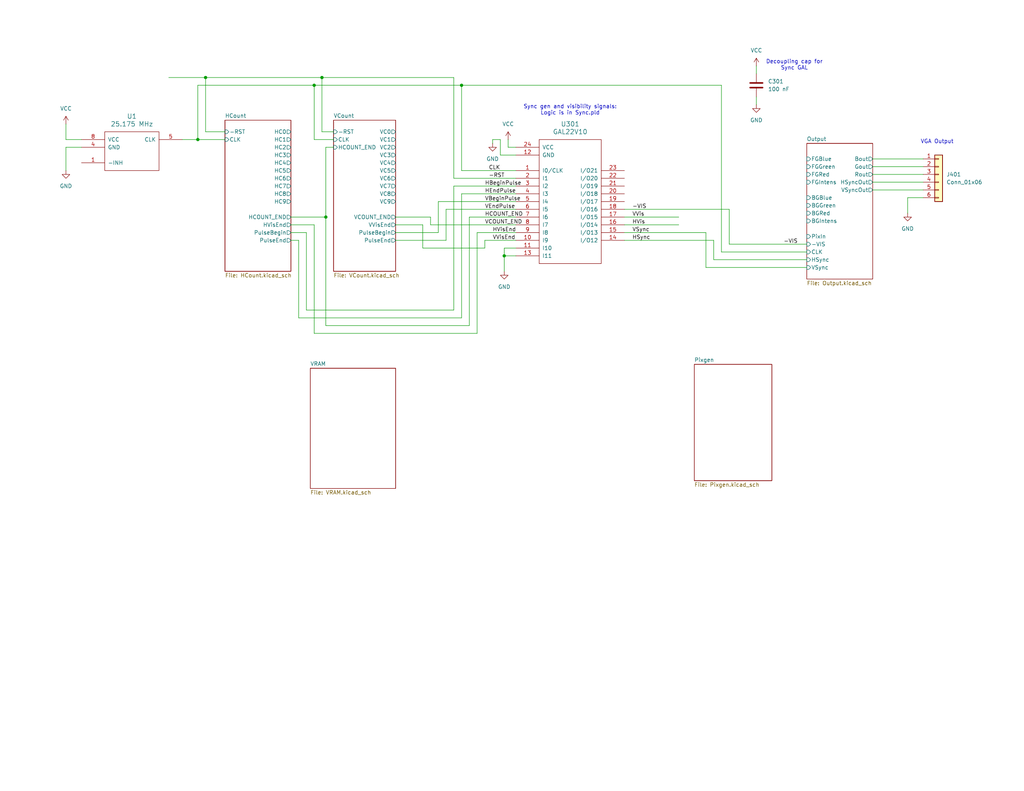
<source format=kicad_sch>
(kicad_sch (version 20231120) (generator "eeschema") (generator_version "8.0")
  (paper "User" 335.28 259.08)
  (title_block (title "Hardware VGA") (company "daveho hacks"))
  (lib_symbols
    (symbol "Connector_Generic:Conn_01x06" (pin_names (offset 1.016) hide)
      (property "Reference" "J" (at 0 7.62 0))
      (property "Value" "Conn_01x06" (at 0 -10.16 0))
      (symbol "Conn_01x06_1_1"
        (rectangle (start -1.27 -7.493) (end 0 -7.747) (stroke (width 0.1524)))
        (rectangle (start -1.27 -4.953) (end 0 -5.207) (stroke (width 0.1524)))
        (rectangle (start -1.27 -2.413) (end 0 -2.667) (stroke (width 0.1524)))
        (rectangle (start -1.27 0.127) (end 0 -0.127) (stroke (width 0.1524)))
        (rectangle (start -1.27 2.667) (end 0 2.413) (stroke (width 0.1524)))
        (rectangle (start -1.27 5.207) (end 0 4.953) (stroke (width 0.1524)))
        (rectangle (start -1.27 6.35) (end 1.27 -8.89) (stroke (width 0.254)) (fill (type background)))
        (pin passive line (at -5.08 5.08 0) (length 3.81) (name "Pin_1") (number "1"))
        (pin passive line (at -5.08 2.54 0) (length 3.81) (name "Pin_2") (number "2"))
        (pin passive line (at -5.08 0 0) (length 3.81) (name "Pin_3") (number "3"))
        (pin passive line (at -5.08 -2.54 0) (length 3.81) (name "Pin_4") (number "4"))
        (pin passive line (at -5.08 -5.08 0) (length 3.81) (name "Pin_5") (number "5"))
        (pin passive line (at -5.08 -7.62 0) (length 3.81) (name "Pin_6") (number "6"))
      )
    )
    (symbol "Device:C" (pin_numbers hide) (pin_names (offset 0.254))
      (property "Reference" "C" (at 0.635 2.54 0))
      (property "Value" "C" (at 0.635 -2.54 0))
      (symbol "C_0_1"
        (polyline (pts (xy -2.032 -0.762) (xy 2.032 -0.762)) (stroke (width 0.508)))
        (polyline (pts (xy -2.032 0.762) (xy 2.032 0.762)) (stroke (width 0.508)))
      )
      (symbol "C_1_1"
        (pin passive line (at 0 3.81 270) (length 2.794) (name "~") (number "1"))
        (pin passive line (at 0 -3.81 90) (length 2.794) (name "~") (number "2"))
      )
    )
    (symbol "GND_1" (power) (pin_numbers hide) (pin_names (offset 0) hide)
      (property "Value" "GND" (at 0 -3.81 0))
      (symbol "GND_1_0_1"
        (polyline (pts (xy 0 0) (xy 0 -1.27) (xy 1.27 -1.27) (xy 0 -2.54) (xy -1.27 -1.27) (xy 0 -1.27)))
      )
      (symbol "GND_1_1_1"
        (pin power_in line (at 0 0 270) (length 0) (name "~") (number "1"))
      )
    )
    (symbol "GND_2" (power) (pin_numbers hide) (pin_names (offset 0) hide)
      (property "Value" "GND" (at 0 -3.81 0))
      (symbol "GND_2_0_1"
        (polyline (pts (xy 0 0) (xy 0 -1.27) (xy 1.27 -1.27) (xy 0 -2.54) (xy -1.27 -1.27) (xy 0 -1.27)))
      )
      (symbol "GND_2_1_1"
        (pin power_in line (at 0 0 270) (length 0) (name "~") (number "1"))
      )
    )
    (symbol "GND_3" (power) (pin_numbers hide) (pin_names (offset 0) hide)
      (property "Value" "GND" (at 0 -3.81 0))
      (symbol "GND_3_0_1"
        (polyline (pts (xy 0 0) (xy 0 -1.27) (xy 1.27 -1.27) (xy 0 -2.54) (xy -1.27 -1.27) (xy 0 -1.27)))
      )
      (symbol "GND_3_1_1"
        (pin power_in line (at 0 0 270) (length 0) (name "~") (number "1"))
      )
    )
    (symbol "GND_4" (power) (pin_numbers hide) (pin_names (offset 0) hide)
      (property "Value" "GND" (at 0 -3.81 0))
      (symbol "GND_4_0_1"
        (polyline (pts (xy 0 0) (xy 0 -1.27) (xy 1.27 -1.27) (xy 0 -2.54) (xy -1.27 -1.27) (xy 0 -1.27)))
      )
      (symbol "GND_4_1_1"
        (pin power_in line (at 0 0 270) (length 0) (name "~") (number "1"))
      )
    )
    (symbol "VCC_1" (power) (pin_numbers hide) (pin_names (offset 0) hide)
      (property "Value" "VCC" (at 0 3.556 0))
      (symbol "VCC_1_0_1"
        (polyline (pts (xy -0.762 1.27) (xy 0 2.54)))
        (polyline (pts (xy 0 0) (xy 0 2.54)))
        (polyline (pts (xy 0 2.54) (xy 0.762 1.27)))
      )
      (symbol "VCC_1_1_1"
        (pin power_in line (at 0 0 90) (length 0) (name "~") (number "1"))
      )
    )
    (symbol "VCC_2" (power) (pin_numbers hide) (pin_names (offset 0) hide)
      (property "Value" "VCC" (at 0 3.556 0))
      (symbol "VCC_2_0_1"
        (polyline (pts (xy -0.762 1.27) (xy 0 2.54)))
        (polyline (pts (xy 0 0) (xy 0 2.54)))
        (polyline (pts (xy 0 2.54) (xy 0.762 1.27)))
      )
      (symbol "VCC_2_1_1"
        (pin power_in line (at 0 0 90) (length 0) (name "~") (number "1"))
      )
    )
    (symbol "power:GND" (power) (pin_names (offset 0))
      (property "Value" "GND" (at 0 -3.81 0))
      (symbol "GND_0_1"
        (polyline (pts (xy 0 0) (xy 0 -1.27) (xy 1.27 -1.27) (xy 0 -2.54) (xy -1.27 -1.27) (xy 0 -1.27)))
      )
      (symbol "GND_1_1"
        (pin power_in line (at 0 0 270) (length 0) hide (name "GND") (number "1"))
      )
    )
    (symbol "power:VCC" (power) (pin_names (offset 0))
      (property "Value" "VCC" (at 0 3.81 0))
      (symbol "VCC_0_1"
        (polyline (pts (xy -0.762 1.27) (xy 0 2.54)))
        (polyline (pts (xy 0 0) (xy 0 2.54)))
        (polyline (pts (xy 0 2.54) (xy 0.762 1.27)))
      )
      (symbol "VCC_1_1"
        (pin power_in line (at 0 0 90) (length 0) hide (name "VCC") (number "1"))
      )
    )
    (symbol "ya68k:GAL22V10" (pin_names (offset 1.016))
      (property "Reference" "U" (at -1.27 20.32 0))
      (property "Value" "GAL22V10" (at 0 -24.13 0))
      (symbol "GAL22V10_0_1"
        (rectangle (start -10.16 19.05) (end 10.16 -21.59))
      )
      (symbol "GAL22V10_1_1"
        (pin input line (at -17.78 8.89 0) (length 7.62) (name "I0/CLK") (number "1"))
        (pin input line (at -17.78 -13.97 0) (length 7.62) (name "I9") (number "10"))
        (pin input line (at -17.78 -16.51 0) (length 7.62) (name "I10") (number "11"))
        (pin power_in line (at -17.78 13.97 0) (length 7.62) (name "GND") (number "12"))
        (pin input line (at -17.78 -19.05 0) (length 7.62) (name "I11") (number "13"))
        (pin bidirectional line (at 17.78 -13.97 180) (length 7.62) (name "I/O12") (number "14"))
        (pin bidirectional line (at 17.78 -11.43 180) (length 7.62) (name "I/O13") (number "15"))
        (pin bidirectional line (at 17.78 -8.89 180) (length 7.62) (name "I/O14") (number "16"))
        (pin bidirectional line (at 17.78 -6.35 180) (length 7.62) (name "I/O15") (number "17"))
        (pin bidirectional line (at 17.78 -3.81 180) (length 7.62) (name "I/O16") (number "18"))
        (pin bidirectional line (at 17.78 -1.27 180) (length 7.62) (name "I/O17") (number "19"))
        (pin input line (at -17.78 6.35 0) (length 7.62) (name "I1") (number "2"))
        (pin bidirectional line (at 17.78 1.27 180) (length 7.62) (name "I/O18") (number "20"))
        (pin bidirectional line (at 17.78 3.81 180) (length 7.62) (name "I/O19") (number "21"))
        (pin bidirectional line (at 17.78 6.35 180) (length 7.62) (name "I/O20") (number "22"))
        (pin bidirectional line (at 17.78 8.89 180) (length 7.62) (name "I/O21") (number "23"))
        (pin power_in line (at -17.78 16.51 0) (length 7.62) (name "VCC") (number "24"))
        (pin input line (at -17.78 3.81 0) (length 7.62) (name "I2") (number "3"))
        (pin input line (at -17.78 1.27 0) (length 7.62) (name "I3") (number "4"))
        (pin input line (at -17.78 -1.27 0) (length 7.62) (name "I4") (number "5"))
        (pin input line (at -17.78 -3.81 0) (length 7.62) (name "I5") (number "6"))
        (pin input line (at -17.78 -6.35 0) (length 7.62) (name "I6") (number "7"))
        (pin input line (at -17.78 -8.89 0) (length 7.62) (name "I7") (number "8"))
        (pin input line (at -17.78 -11.43 0) (length 7.62) (name "I8") (number "9"))
      )
    )
    (symbol "ya68k:XTAL_OSC_HALF_CAN" (pin_names (offset 1.016))
      (property "Reference" "U" (at 0 7.62 0))
      (property "Value" "XTAL_OSC_HALF_CAN" (at 0 -7.62 0))
      (symbol "XTAL_OSC_HALF_CAN_0_1"
        (rectangle (start -8.89 6.35) (end 8.89 -6.35))
      )
      (symbol "XTAL_OSC_HALF_CAN_1_1"
        (pin input line (at -16.51 -3.81 0) (length 7.62) (name "-INH") (number "1"))
        (pin input line (at -16.51 1.27 0) (length 7.62) (name "GND") (number "4"))
        (pin input line (at 16.51 3.81 180) (length 7.62) (name "CLK") (number "5"))
        (pin input line (at -16.51 3.81 0) (length 7.62) (name "VCC") (number "8"))
      )
    )
  )
  (junction (at 151.13 27.94))
  (junction (at 64.77 45.72))
  (junction (at 67.31 25.4))
  (junction (at 105.41 25.4))
  (junction (at 102.87 27.94))
  (junction (at 106.68 71.12))
  (junction (at 165.1 83.82))
  (wire (pts (xy 163.83 45.72) (xy 161.29 45.72)))
  (wire (pts (xy 129.54 73.66) (xy 138.43 73.66)))
  (wire (pts (xy 264.16 85.09) (xy 233.68 85.09)))
  (wire (pts (xy 67.31 25.4) (xy 105.41 25.4)))
  (wire (pts (xy 102.87 73.66) (xy 102.87 109.22)))
  (wire (pts (xy 285.75 54.61) (xy 302.26 54.61)))
  (wire (pts (xy 165.1 83.82) (xy 168.91 83.82)))
  (wire (pts (xy 297.18 64.77) (xy 297.18 69.85)))
  (wire (pts (xy 238.76 80.01) (xy 264.16 80.01)))
  (wire (pts (xy 21.59 48.26) (xy 21.59 55.88)))
  (wire (pts (xy 148.59 25.4) (xy 148.59 58.42)))
  (wire (pts (xy 73.66 43.18) (xy 67.31 43.18)))
  (wire (pts (xy 236.22 27.94) (xy 236.22 82.55)))
  (wire (pts (xy 138.43 73.66) (xy 138.43 81.28)))
  (wire (pts (xy 100.33 101.6) (xy 148.59 101.6)))
  (wire (pts (xy 105.41 25.4) (xy 105.41 43.18)))
  (wire (pts (xy 165.1 81.28) (xy 165.1 83.82)))
  (wire (pts (xy 236.22 82.55) (xy 264.16 82.55)))
  (wire (pts (xy 247.65 31.75) (xy 247.65 34.29)))
  (wire (pts (xy 156.21 109.22) (xy 156.21 76.2)))
  (wire (pts (xy 95.25 71.12) (xy 106.68 71.12)))
  (wire (pts (xy 163.83 50.8) (xy 163.83 45.72)))
  (wire (pts (xy 151.13 27.94) (xy 236.22 27.94)))
  (wire (pts (xy 129.54 76.2) (xy 143.51 76.2)))
  (wire (pts (xy 233.68 85.09) (xy 233.68 78.74)))
  (wire (pts (xy 204.47 73.66) (xy 222.25 73.66)))
  (wire (pts (xy 158.75 78.74) (xy 168.91 78.74)))
  (wire (pts (xy 156.21 76.2) (xy 168.91 76.2)))
  (wire (pts (xy 100.33 76.2) (xy 100.33 101.6)))
  (wire (pts (xy 26.67 48.26) (xy 21.59 48.26)))
  (wire (pts (xy 55.245 25.4) (xy 67.31 25.4)))
  (wire (pts (xy 26.67 45.72) (xy 21.59 45.72)))
  (wire (pts (xy 95.25 73.66) (xy 102.87 73.66)))
  (wire (pts (xy 102.87 109.22) (xy 156.21 109.22)))
  (wire (pts (xy 168.91 50.8) (xy 163.83 50.8)))
  (wire (pts (xy 161.29 45.72) (xy 161.29 46.99)))
  (wire (pts (xy 106.68 71.12) (xy 106.68 48.26)))
  (wire (pts (xy 165.1 83.82) (xy 165.1 88.9)))
  (wire (pts (xy 106.68 48.26) (xy 109.22 48.26)))
  (wire (pts (xy 148.59 101.6) (xy 148.59 60.96)))
  (wire (pts (xy 151.13 55.88) (xy 168.91 55.88)))
  (wire (pts (xy 168.91 73.66) (xy 140.97 73.66)))
  (wire (pts (xy 67.31 43.18) (xy 67.31 25.4)))
  (wire (pts (xy 148.59 58.42) (xy 168.91 58.42)))
  (wire (pts (xy 151.13 27.94) (xy 151.13 55.88)))
  (wire (pts (xy 204.47 78.74) (xy 233.68 78.74)))
  (wire (pts (xy 140.97 71.12) (xy 129.54 71.12)))
  (wire (pts (xy 109.22 43.18) (xy 105.41 43.18)))
  (wire (pts (xy 151.13 104.14) (xy 151.13 63.5)))
  (wire (pts (xy 21.59 40.64) (xy 21.59 45.72)))
  (wire (pts (xy 302.26 64.77) (xy 297.18 64.77)))
  (wire (pts (xy 204.47 76.2) (xy 231.14 76.2)))
  (wire (pts (xy 143.51 66.04) (xy 168.91 66.04)))
  (wire (pts (xy 146.05 68.58) (xy 168.91 68.58)))
  (wire (pts (xy 166.37 45.72) (xy 166.37 48.26)))
  (wire (pts (xy 64.77 45.72) (xy 73.66 45.72)))
  (wire (pts (xy 97.79 104.14) (xy 151.13 104.14)))
  (wire (pts (xy 168.91 48.26) (xy 166.37 48.26)))
  (wire (pts (xy 285.75 57.15) (xy 302.26 57.15)))
  (wire (pts (xy 168.91 81.28) (xy 165.1 81.28)))
  (wire (pts (xy 64.77 27.94) (xy 64.77 45.72)))
  (wire (pts (xy 158.75 81.28) (xy 158.75 78.74)))
  (wire (pts (xy 231.14 87.63) (xy 231.14 76.2)))
  (wire (pts (xy 285.75 62.23) (xy 302.26 62.23)))
  (wire (pts (xy 106.68 71.12) (xy 106.68 106.68)))
  (wire (pts (xy 105.41 25.4) (xy 148.59 25.4)))
  (wire (pts (xy 109.22 45.72) (xy 102.87 45.72)))
  (wire (pts (xy 204.47 68.58) (xy 238.76 68.58)))
  (wire (pts (xy 102.87 27.94) (xy 102.87 45.72)))
  (wire (pts (xy 151.13 63.5) (xy 168.91 63.5)))
  (wire (pts (xy 247.65 21.59) (xy 247.65 24.13)))
  (wire (pts (xy 138.43 81.28) (xy 158.75 81.28)))
  (wire (pts (xy 106.68 106.68) (xy 153.67 106.68)))
  (wire (pts (xy 143.51 66.04) (xy 143.51 76.2)))
  (wire (pts (xy 204.47 71.12) (xy 222.25 71.12)))
  (wire (pts (xy 285.75 59.69) (xy 302.26 59.69)))
  (wire (pts (xy 151.13 27.94) (xy 102.87 27.94)))
  (wire (pts (xy 95.25 76.2) (xy 100.33 76.2)))
  (wire (pts (xy 238.76 80.01) (xy 238.76 68.58)))
  (wire (pts (xy 140.97 73.66) (xy 140.97 71.12)))
  (wire (pts (xy 285.75 52.07) (xy 302.26 52.07)))
  (wire (pts (xy 146.05 78.74) (xy 146.05 68.58)))
  (wire (pts (xy 129.54 78.74) (xy 146.05 78.74)))
  (wire (pts (xy 95.25 78.74) (xy 97.79 78.74)))
  (wire (pts (xy 148.59 60.96) (xy 168.91 60.96)))
  (wire (pts (xy 64.77 27.94) (xy 102.87 27.94)))
  (wire (pts (xy 264.16 87.63) (xy 231.14 87.63)))
  (wire (pts (xy 97.79 78.74) (xy 97.79 104.14)))
  (wire (pts (xy 59.69 45.72) (xy 64.77 45.72)))
  (wire (pts (xy 168.91 71.12) (xy 153.67 71.12)))
  (wire (pts (xy 153.67 71.12) (xy 153.67 106.68)))
  (text "Decoupling cap for\nSync GAL" (at 260.096 21.336 0) (effects (font (size 1.27 1.27))))
  (text "Sync gen and visibility signals:\nLogic is in Sync.pld" (at 186.69 36.068 0) (effects (font (size 1.27 1.27))))
  (text "VGA Output" (at 306.832 46.482 0) (effects (font (size 1.27 1.27))))
  (label "HSync" (at 207.01 78.74 0))
  (label "HVisEnd" (at 161.29 76.2 0))
  (label "CLK" (at 160.02 55.88 0))
  (label "-VIS" (at 256.54 80.01 0))
  (label "VSync" (at 207.01 76.2 0))
  (label "VCOUNT_END" (at 158.75 73.66 0))
  (label "VVis" (at 207.01 71.12 0))
  (label "VEndPulse" (at 158.75 68.58 0))
  (label "-VIS" (at 207.01 68.58 0))
  (label "HEndPulse" (at 158.75 63.5 0))
  (label "VVisEnd" (at 161.29 78.74 0))
  (label "VBeginPulse" (at 158.75 66.04 0))
  (label "HVis" (at 207.01 73.66 0))
  (label "HBeginPulse" (at 158.75 60.96 0))
  (label "HCOUNT_END" (at 158.75 71.12 0))
  (label "-RST" (at 160.02 58.42 0))
  (symbol (lib_name "GND_4") (lib_id "power:GND") (at 297.18 69.85 0) (unit 1)
    (property "Reference" "#PWR091" (effects (hide yes)))
    (property "Value" "GND" (at 297.18 74.93 0))
    (property "Description" "Power symbol creates a global label with name \"GND\" , ground" (effects (hide yes)))
  )
  (symbol (lib_id "power:GND") (at 21.59 55.88 0) (unit 1)
    (property "Reference" "#PWR02" (effects (hide yes)))
    (property "Value" "GND" (at 21.59 60.96 0))
  )
  (symbol (lib_id "ya68k:XTAL_OSC_HALF_CAN") (at 43.18 49.53 0) (unit 1)
    (property "Reference" "U1" (at 43.18 38.1 0) (effects (font (size 1.524 1.524))))
    (property "Value" "25.175 MHz" (at 43.18 40.64 0) (effects (font (size 1.524 1.524))))
  )
  (symbol (lib_id "Device:C") (at 247.65 27.94 0) (unit 1)
    (property "Reference" "C301" (at 251.46 26.6699 0) (effects (justify left)))
    (property "Value" "100 nF" (at 251.46 29.2099 0) (effects (justify left)))
    (property "Description" "Unpolarized capacitor" (effects (hide yes)))
  )
  (symbol (lib_id "Connector_Generic:Conn_01x06") (at 307.34 57.15 0) (unit 1)
    (property "Reference" "J401" (at 309.88 57.1499 0) (effects (justify left)))
    (property "Value" "Conn_01x06" (at 309.88 59.6899 0) (effects (justify left)))
    (property "Description" "Generic connector, single row, 01x06, script generated (kicad-library-utils/schlib/autogen/connector/)" (effects (hide yes)))
  )
  (symbol (lib_name "GND_1") (lib_id "power:GND") (at 165.1 88.9 0) (unit 1)
    (property "Reference" "#PWR028" (effects (hide yes)))
    (property "Value" "GND" (at 165.1 93.98 0))
    (property "Description" "Power symbol creates a global label with name \"GND\" , ground" (effects (hide yes)))
  )
  (symbol (lib_id "power:VCC") (at 21.59 40.64 0) (unit 1)
    (property "Reference" "#PWR01" (effects (hide yes)))
    (property "Value" "VCC" (at 21.59 35.56 0))
  )
  (symbol (lib_name "GND_2") (lib_id "power:GND") (at 161.29 46.99 0) (unit 1)
    (property "Reference" "#PWR037" (effects (hide yes)))
    (property "Value" "GND" (at 161.29 52.07 0))
    (property "Description" "Power symbol creates a global label with name \"GND\" , ground" (effects (hide yes)))
  )
  (symbol (lib_id "ya68k:GAL22V10") (at 186.69 64.77 0) (unit 1)
    (property "Reference" "U301" (at 186.69 40.64 0) (effects (font (size 1.524 1.524))))
    (property "Value" "GAL22V10" (at 186.69 43.18 0) (effects (font (size 1.524 1.524))))
  )
  (symbol (lib_name "VCC_2") (lib_id "power:VCC") (at 247.65 21.59 0) (unit 1)
    (property "Reference" "#PWR038" (effects (hide yes)))
    (property "Value" "VCC" (at 247.65 16.51 0))
    (property "Description" "Power symbol creates a global label with name \"VCC\"" (effects (hide yes)))
  )
  (symbol (lib_name "GND_3") (lib_id "power:GND") (at 247.65 34.29 0) (unit 1)
    (property "Reference" "#PWR039" (effects (hide yes)))
    (property "Value" "GND" (at 247.65 39.37 0))
    (property "Description" "Power symbol creates a global label with name \"GND\" , ground" (effects (hide yes)))
  )
  (symbol (lib_name "VCC_1") (lib_id "power:VCC") (at 166.37 45.72 0) (unit 1)
    (property "Reference" "#PWR029" (effects (hide yes)))
    (property "Value" "VCC" (at 166.37 40.64 0))
    (property "Description" "Power symbol creates a global label with name \"VCC\"" (effects (hide yes)))
  )
  (sheet (at 73.66 39.37) (size 21.59 49.53) (stroke (width 0.1524))
    (property "Sheetname" "HCount" (at 73.66 38.6584 0) (effects (justify left bottom)))
    (property "Sheetfile" "HCount.kicad_sch" (at 73.66 89.4846 0) (effects (justify left top)))
    (pin "CLK" input (at 73.66 45.72 180))
    (pin "HC0" output (at 95.25 43.18 0))
    (pin "HC1" output (at 95.25 45.72 0))
    (pin "HC4" output (at 95.25 53.34 0))
    (pin "HC3" output (at 95.25 50.8 0))
    (pin "HC2" output (at 95.25 48.26 0))
    (pin "HC5" output (at 95.25 55.88 0))
    (pin "HC7" output (at 95.25 60.96 0))
    (pin "HC6" output (at 95.25 58.42 0))
    (pin "HC8" output (at 95.25 63.5 0))
    (pin "HC9" output (at 95.25 66.04 0))
    (pin "-RST" input (at 73.66 43.18 180))
    (pin "HCOUNT_END" output (at 95.25 71.12 0))
    (pin "HVisEnd" output (at 95.25 73.66 0))
    (pin "PulseBegin" output (at 95.25 76.2 0))
    (pin "PulseEnd" output (at 95.25 78.74 0))
  )
  (sheet (at 101.6 120.65) (size 27.94 39.37) (stroke (width 0.1524))
    (property "Sheetname" "VRAM" (at 101.6 119.9384 0) (effects (justify left bottom)))
    (property "Sheetfile" "VRAM.kicad_sch" (at 101.6 160.6046 0) (effects (justify left top)))
  )
  (sheet (at 264.16 46.99) (size 21.59 44.45) (stroke (width 0.1524))
    (property "Sheetname" "Output" (at 264.16 46.2784 0) (effects (justify left bottom)))
    (property "Sheetfile" "Output.kicad_sch" (at 264.16 92.0246 0) (effects (justify left top)))
    (pin "FGGreen" input (at 264.16 54.61 180))
    (pin "FGIntens" input (at 264.16 59.69 180))
    (pin "FGBlue" input (at 264.16 52.07 180))
    (pin "FGRed" input (at 264.16 57.15 180))
    (pin "PixIn" input (at 264.16 77.47 180))
    (pin "BGRed" input (at 264.16 69.85 180))
    (pin "BGBlue" input (at 264.16 64.77 180))
    (pin "BGIntens" input (at 264.16 72.39 180))
    (pin "BGGreen" input (at 264.16 67.31 180))
    (pin "Bout" output (at 285.75 52.07 0))
    (pin "Gout" output (at 285.75 54.61 0))
    (pin "Rout" output (at 285.75 57.15 0))
    (pin "CLK" input (at 264.16 82.55 180))
    (pin "-VIS" input (at 264.16 80.01 180))
    (pin "HSync" input (at 264.16 85.09 180))
    (pin "VSync" input (at 264.16 87.63 180))
    (pin "HSyncOut" output (at 285.75 59.69 0))
    (pin "VSyncOut" output (at 285.75 62.23 0))
  )
  (sheet (at 227.33 119.38) (size 25.4 38.1) (stroke (width 0.1524))
    (property "Sheetname" "Pixgen" (at 227.33 118.6684 0) (effects (justify left bottom)))
    (property "Sheetfile" "Pixgen.kicad_sch" (at 227.33 158.0646 0) (effects (justify left top)))
  )
  (sheet (at 109.22 39.37) (size 20.32 49.53) (stroke (width 0.1524))
    (property "Sheetname" "VCount" (at 109.22 38.6584 0) (effects (justify left bottom)))
    (property "Sheetfile" "VCount.kicad_sch" (at 109.22 89.4846 0) (effects (justify left top)))
    (pin "HCOUNT_END" input (at 109.22 48.26 180))
    (pin "PulseEnd" output (at 129.54 78.74 0))
    (pin "PulseBegin" output (at 129.54 76.2 0))
    (pin "VVisEnd" output (at 129.54 73.66 0))
    (pin "VCOUNT_END" output (at 129.54 71.12 0))
    (pin "VC4" output (at 129.54 53.34 0))
    (pin "VC2" output (at 129.54 48.26 0))
    (pin "VC0" output (at 129.54 43.18 0))
    (pin "VC1" output (at 129.54 45.72 0))
    (pin "VC3" output (at 129.54 50.8 0))
    (pin "VC5" output (at 129.54 55.88 0))
    (pin "VC7" output (at 129.54 60.96 0))
    (pin "VC9" output (at 129.54 66.04 0))
    (pin "VC8" output (at 129.54 63.5 0))
    (pin "VC6" output (at 129.54 58.42 0))
    (pin "-RST" input (at 109.22 43.18 180))
    (pin "CLK" input (at 109.22 45.72 180))
  )
)
</source>
